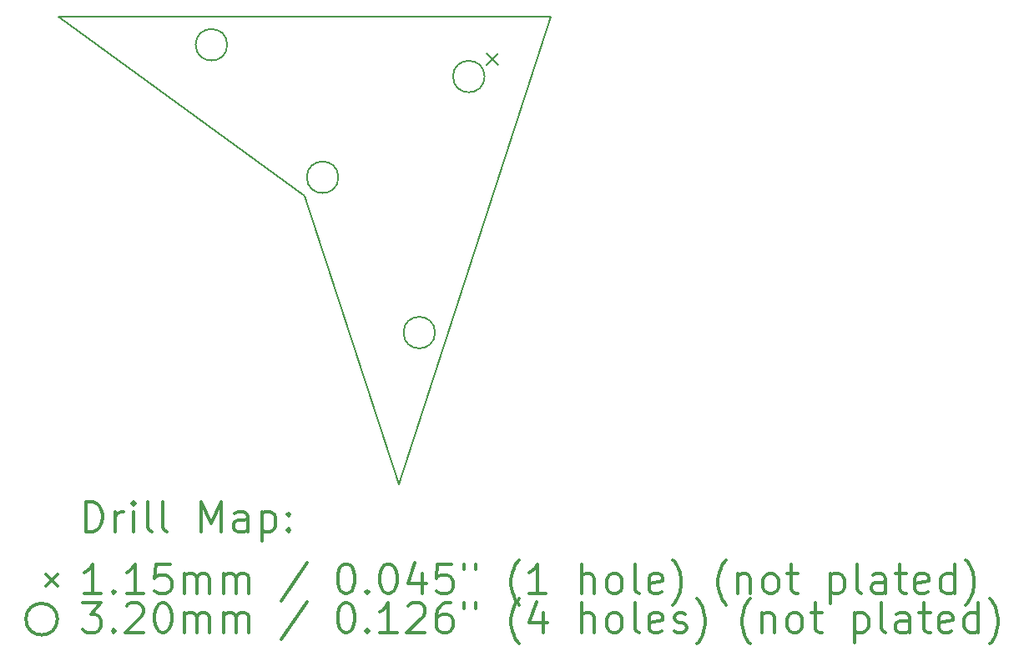
<source format=gbr>
%FSLAX45Y45*%
G04 Gerber Fmt 4.5, Leading zero omitted, Abs format (unit mm)*
G04 Created by KiCad (PCBNEW 5.1.9) date 2021-01-26 18:39:22*
%MOMM*%
%LPD*%
G01*
G04 APERTURE LIST*
%TA.AperFunction,Profile*%
%ADD10C,0.200000*%
%TD*%
%ADD11C,0.200000*%
%ADD12C,0.300000*%
G04 APERTURE END LIST*
D10*
X15993545Y-12169693D02*
X17538700Y-7416800D01*
X15038909Y-9233238D02*
X15993545Y-12169693D01*
X12539317Y-7419404D02*
X15038909Y-9233238D01*
X17538700Y-7416800D02*
X12539317Y-7419404D01*
D11*
X16884300Y-7791100D02*
X16999300Y-7906100D01*
X16999300Y-7791100D02*
X16884300Y-7906100D01*
X14251920Y-7701280D02*
G75*
G03*
X14251920Y-7701280I-160000J0D01*
G01*
X15379680Y-9047480D02*
G75*
G03*
X15379680Y-9047480I-160000J0D01*
G01*
X16360120Y-10624820D02*
G75*
G03*
X16360120Y-10624820I-160000J0D01*
G01*
X16863040Y-8023860D02*
G75*
G03*
X16863040Y-8023860I-160000J0D01*
G01*
D12*
X12815745Y-12645408D02*
X12815745Y-12345408D01*
X12887174Y-12345408D01*
X12930031Y-12359694D01*
X12958602Y-12388265D01*
X12972888Y-12416836D01*
X12987174Y-12473979D01*
X12987174Y-12516836D01*
X12972888Y-12573979D01*
X12958602Y-12602551D01*
X12930031Y-12631122D01*
X12887174Y-12645408D01*
X12815745Y-12645408D01*
X13115745Y-12645408D02*
X13115745Y-12445408D01*
X13115745Y-12502551D02*
X13130031Y-12473979D01*
X13144317Y-12459694D01*
X13172888Y-12445408D01*
X13201460Y-12445408D01*
X13301460Y-12645408D02*
X13301460Y-12445408D01*
X13301460Y-12345408D02*
X13287174Y-12359694D01*
X13301460Y-12373979D01*
X13315745Y-12359694D01*
X13301460Y-12345408D01*
X13301460Y-12373979D01*
X13487174Y-12645408D02*
X13458602Y-12631122D01*
X13444317Y-12602551D01*
X13444317Y-12345408D01*
X13644317Y-12645408D02*
X13615745Y-12631122D01*
X13601460Y-12602551D01*
X13601460Y-12345408D01*
X13987174Y-12645408D02*
X13987174Y-12345408D01*
X14087174Y-12559694D01*
X14187174Y-12345408D01*
X14187174Y-12645408D01*
X14458602Y-12645408D02*
X14458602Y-12488265D01*
X14444317Y-12459694D01*
X14415745Y-12445408D01*
X14358602Y-12445408D01*
X14330031Y-12459694D01*
X14458602Y-12631122D02*
X14430031Y-12645408D01*
X14358602Y-12645408D01*
X14330031Y-12631122D01*
X14315745Y-12602551D01*
X14315745Y-12573979D01*
X14330031Y-12545408D01*
X14358602Y-12531122D01*
X14430031Y-12531122D01*
X14458602Y-12516836D01*
X14601460Y-12445408D02*
X14601460Y-12745408D01*
X14601460Y-12459694D02*
X14630031Y-12445408D01*
X14687174Y-12445408D01*
X14715745Y-12459694D01*
X14730031Y-12473979D01*
X14744317Y-12502551D01*
X14744317Y-12588265D01*
X14730031Y-12616836D01*
X14715745Y-12631122D01*
X14687174Y-12645408D01*
X14630031Y-12645408D01*
X14601460Y-12631122D01*
X14872888Y-12616836D02*
X14887174Y-12631122D01*
X14872888Y-12645408D01*
X14858602Y-12631122D01*
X14872888Y-12616836D01*
X14872888Y-12645408D01*
X14872888Y-12459694D02*
X14887174Y-12473979D01*
X14872888Y-12488265D01*
X14858602Y-12473979D01*
X14872888Y-12459694D01*
X14872888Y-12488265D01*
X12414317Y-13082194D02*
X12529317Y-13197194D01*
X12529317Y-13082194D02*
X12414317Y-13197194D01*
X12972888Y-13275408D02*
X12801460Y-13275408D01*
X12887174Y-13275408D02*
X12887174Y-12975408D01*
X12858602Y-13018265D01*
X12830031Y-13046836D01*
X12801460Y-13061122D01*
X13101460Y-13246836D02*
X13115745Y-13261122D01*
X13101460Y-13275408D01*
X13087174Y-13261122D01*
X13101460Y-13246836D01*
X13101460Y-13275408D01*
X13401460Y-13275408D02*
X13230031Y-13275408D01*
X13315745Y-13275408D02*
X13315745Y-12975408D01*
X13287174Y-13018265D01*
X13258602Y-13046836D01*
X13230031Y-13061122D01*
X13672888Y-12975408D02*
X13530031Y-12975408D01*
X13515745Y-13118265D01*
X13530031Y-13103979D01*
X13558602Y-13089694D01*
X13630031Y-13089694D01*
X13658602Y-13103979D01*
X13672888Y-13118265D01*
X13687174Y-13146836D01*
X13687174Y-13218265D01*
X13672888Y-13246836D01*
X13658602Y-13261122D01*
X13630031Y-13275408D01*
X13558602Y-13275408D01*
X13530031Y-13261122D01*
X13515745Y-13246836D01*
X13815745Y-13275408D02*
X13815745Y-13075408D01*
X13815745Y-13103979D02*
X13830031Y-13089694D01*
X13858602Y-13075408D01*
X13901460Y-13075408D01*
X13930031Y-13089694D01*
X13944317Y-13118265D01*
X13944317Y-13275408D01*
X13944317Y-13118265D02*
X13958602Y-13089694D01*
X13987174Y-13075408D01*
X14030031Y-13075408D01*
X14058602Y-13089694D01*
X14072888Y-13118265D01*
X14072888Y-13275408D01*
X14215745Y-13275408D02*
X14215745Y-13075408D01*
X14215745Y-13103979D02*
X14230031Y-13089694D01*
X14258602Y-13075408D01*
X14301460Y-13075408D01*
X14330031Y-13089694D01*
X14344317Y-13118265D01*
X14344317Y-13275408D01*
X14344317Y-13118265D02*
X14358602Y-13089694D01*
X14387174Y-13075408D01*
X14430031Y-13075408D01*
X14458602Y-13089694D01*
X14472888Y-13118265D01*
X14472888Y-13275408D01*
X15058602Y-12961122D02*
X14801460Y-13346836D01*
X15444317Y-12975408D02*
X15472888Y-12975408D01*
X15501460Y-12989694D01*
X15515745Y-13003979D01*
X15530031Y-13032551D01*
X15544317Y-13089694D01*
X15544317Y-13161122D01*
X15530031Y-13218265D01*
X15515745Y-13246836D01*
X15501460Y-13261122D01*
X15472888Y-13275408D01*
X15444317Y-13275408D01*
X15415745Y-13261122D01*
X15401460Y-13246836D01*
X15387174Y-13218265D01*
X15372888Y-13161122D01*
X15372888Y-13089694D01*
X15387174Y-13032551D01*
X15401460Y-13003979D01*
X15415745Y-12989694D01*
X15444317Y-12975408D01*
X15672888Y-13246836D02*
X15687174Y-13261122D01*
X15672888Y-13275408D01*
X15658602Y-13261122D01*
X15672888Y-13246836D01*
X15672888Y-13275408D01*
X15872888Y-12975408D02*
X15901460Y-12975408D01*
X15930031Y-12989694D01*
X15944317Y-13003979D01*
X15958602Y-13032551D01*
X15972888Y-13089694D01*
X15972888Y-13161122D01*
X15958602Y-13218265D01*
X15944317Y-13246836D01*
X15930031Y-13261122D01*
X15901460Y-13275408D01*
X15872888Y-13275408D01*
X15844317Y-13261122D01*
X15830031Y-13246836D01*
X15815745Y-13218265D01*
X15801460Y-13161122D01*
X15801460Y-13089694D01*
X15815745Y-13032551D01*
X15830031Y-13003979D01*
X15844317Y-12989694D01*
X15872888Y-12975408D01*
X16230031Y-13075408D02*
X16230031Y-13275408D01*
X16158602Y-12961122D02*
X16087174Y-13175408D01*
X16272888Y-13175408D01*
X16530031Y-12975408D02*
X16387174Y-12975408D01*
X16372888Y-13118265D01*
X16387174Y-13103979D01*
X16415745Y-13089694D01*
X16487174Y-13089694D01*
X16515745Y-13103979D01*
X16530031Y-13118265D01*
X16544317Y-13146836D01*
X16544317Y-13218265D01*
X16530031Y-13246836D01*
X16515745Y-13261122D01*
X16487174Y-13275408D01*
X16415745Y-13275408D01*
X16387174Y-13261122D01*
X16372888Y-13246836D01*
X16658602Y-12975408D02*
X16658602Y-13032551D01*
X16772888Y-12975408D02*
X16772888Y-13032551D01*
X17215745Y-13389694D02*
X17201460Y-13375408D01*
X17172888Y-13332551D01*
X17158603Y-13303979D01*
X17144317Y-13261122D01*
X17130031Y-13189694D01*
X17130031Y-13132551D01*
X17144317Y-13061122D01*
X17158603Y-13018265D01*
X17172888Y-12989694D01*
X17201460Y-12946836D01*
X17215745Y-12932551D01*
X17487174Y-13275408D02*
X17315745Y-13275408D01*
X17401460Y-13275408D02*
X17401460Y-12975408D01*
X17372888Y-13018265D01*
X17344317Y-13046836D01*
X17315745Y-13061122D01*
X17844317Y-13275408D02*
X17844317Y-12975408D01*
X17972888Y-13275408D02*
X17972888Y-13118265D01*
X17958603Y-13089694D01*
X17930031Y-13075408D01*
X17887174Y-13075408D01*
X17858603Y-13089694D01*
X17844317Y-13103979D01*
X18158603Y-13275408D02*
X18130031Y-13261122D01*
X18115745Y-13246836D01*
X18101460Y-13218265D01*
X18101460Y-13132551D01*
X18115745Y-13103979D01*
X18130031Y-13089694D01*
X18158603Y-13075408D01*
X18201460Y-13075408D01*
X18230031Y-13089694D01*
X18244317Y-13103979D01*
X18258603Y-13132551D01*
X18258603Y-13218265D01*
X18244317Y-13246836D01*
X18230031Y-13261122D01*
X18201460Y-13275408D01*
X18158603Y-13275408D01*
X18430031Y-13275408D02*
X18401460Y-13261122D01*
X18387174Y-13232551D01*
X18387174Y-12975408D01*
X18658603Y-13261122D02*
X18630031Y-13275408D01*
X18572888Y-13275408D01*
X18544317Y-13261122D01*
X18530031Y-13232551D01*
X18530031Y-13118265D01*
X18544317Y-13089694D01*
X18572888Y-13075408D01*
X18630031Y-13075408D01*
X18658603Y-13089694D01*
X18672888Y-13118265D01*
X18672888Y-13146836D01*
X18530031Y-13175408D01*
X18772888Y-13389694D02*
X18787174Y-13375408D01*
X18815745Y-13332551D01*
X18830031Y-13303979D01*
X18844317Y-13261122D01*
X18858603Y-13189694D01*
X18858603Y-13132551D01*
X18844317Y-13061122D01*
X18830031Y-13018265D01*
X18815745Y-12989694D01*
X18787174Y-12946836D01*
X18772888Y-12932551D01*
X19315745Y-13389694D02*
X19301460Y-13375408D01*
X19272888Y-13332551D01*
X19258603Y-13303979D01*
X19244317Y-13261122D01*
X19230031Y-13189694D01*
X19230031Y-13132551D01*
X19244317Y-13061122D01*
X19258603Y-13018265D01*
X19272888Y-12989694D01*
X19301460Y-12946836D01*
X19315745Y-12932551D01*
X19430031Y-13075408D02*
X19430031Y-13275408D01*
X19430031Y-13103979D02*
X19444317Y-13089694D01*
X19472888Y-13075408D01*
X19515745Y-13075408D01*
X19544317Y-13089694D01*
X19558603Y-13118265D01*
X19558603Y-13275408D01*
X19744317Y-13275408D02*
X19715745Y-13261122D01*
X19701460Y-13246836D01*
X19687174Y-13218265D01*
X19687174Y-13132551D01*
X19701460Y-13103979D01*
X19715745Y-13089694D01*
X19744317Y-13075408D01*
X19787174Y-13075408D01*
X19815745Y-13089694D01*
X19830031Y-13103979D01*
X19844317Y-13132551D01*
X19844317Y-13218265D01*
X19830031Y-13246836D01*
X19815745Y-13261122D01*
X19787174Y-13275408D01*
X19744317Y-13275408D01*
X19930031Y-13075408D02*
X20044317Y-13075408D01*
X19972888Y-12975408D02*
X19972888Y-13232551D01*
X19987174Y-13261122D01*
X20015745Y-13275408D01*
X20044317Y-13275408D01*
X20372888Y-13075408D02*
X20372888Y-13375408D01*
X20372888Y-13089694D02*
X20401460Y-13075408D01*
X20458603Y-13075408D01*
X20487174Y-13089694D01*
X20501460Y-13103979D01*
X20515745Y-13132551D01*
X20515745Y-13218265D01*
X20501460Y-13246836D01*
X20487174Y-13261122D01*
X20458603Y-13275408D01*
X20401460Y-13275408D01*
X20372888Y-13261122D01*
X20687174Y-13275408D02*
X20658603Y-13261122D01*
X20644317Y-13232551D01*
X20644317Y-12975408D01*
X20930031Y-13275408D02*
X20930031Y-13118265D01*
X20915745Y-13089694D01*
X20887174Y-13075408D01*
X20830031Y-13075408D01*
X20801460Y-13089694D01*
X20930031Y-13261122D02*
X20901460Y-13275408D01*
X20830031Y-13275408D01*
X20801460Y-13261122D01*
X20787174Y-13232551D01*
X20787174Y-13203979D01*
X20801460Y-13175408D01*
X20830031Y-13161122D01*
X20901460Y-13161122D01*
X20930031Y-13146836D01*
X21030031Y-13075408D02*
X21144317Y-13075408D01*
X21072888Y-12975408D02*
X21072888Y-13232551D01*
X21087174Y-13261122D01*
X21115745Y-13275408D01*
X21144317Y-13275408D01*
X21358603Y-13261122D02*
X21330031Y-13275408D01*
X21272888Y-13275408D01*
X21244317Y-13261122D01*
X21230031Y-13232551D01*
X21230031Y-13118265D01*
X21244317Y-13089694D01*
X21272888Y-13075408D01*
X21330031Y-13075408D01*
X21358603Y-13089694D01*
X21372888Y-13118265D01*
X21372888Y-13146836D01*
X21230031Y-13175408D01*
X21630031Y-13275408D02*
X21630031Y-12975408D01*
X21630031Y-13261122D02*
X21601460Y-13275408D01*
X21544317Y-13275408D01*
X21515745Y-13261122D01*
X21501460Y-13246836D01*
X21487174Y-13218265D01*
X21487174Y-13132551D01*
X21501460Y-13103979D01*
X21515745Y-13089694D01*
X21544317Y-13075408D01*
X21601460Y-13075408D01*
X21630031Y-13089694D01*
X21744317Y-13389694D02*
X21758603Y-13375408D01*
X21787174Y-13332551D01*
X21801460Y-13303979D01*
X21815745Y-13261122D01*
X21830031Y-13189694D01*
X21830031Y-13132551D01*
X21815745Y-13061122D01*
X21801460Y-13018265D01*
X21787174Y-12989694D01*
X21758603Y-12946836D01*
X21744317Y-12932551D01*
X12529317Y-13535694D02*
G75*
G03*
X12529317Y-13535694I-160000J0D01*
G01*
X12787174Y-13371408D02*
X12972888Y-13371408D01*
X12872888Y-13485694D01*
X12915745Y-13485694D01*
X12944317Y-13499979D01*
X12958602Y-13514265D01*
X12972888Y-13542836D01*
X12972888Y-13614265D01*
X12958602Y-13642836D01*
X12944317Y-13657122D01*
X12915745Y-13671408D01*
X12830031Y-13671408D01*
X12801460Y-13657122D01*
X12787174Y-13642836D01*
X13101460Y-13642836D02*
X13115745Y-13657122D01*
X13101460Y-13671408D01*
X13087174Y-13657122D01*
X13101460Y-13642836D01*
X13101460Y-13671408D01*
X13230031Y-13399979D02*
X13244317Y-13385694D01*
X13272888Y-13371408D01*
X13344317Y-13371408D01*
X13372888Y-13385694D01*
X13387174Y-13399979D01*
X13401460Y-13428551D01*
X13401460Y-13457122D01*
X13387174Y-13499979D01*
X13215745Y-13671408D01*
X13401460Y-13671408D01*
X13587174Y-13371408D02*
X13615745Y-13371408D01*
X13644317Y-13385694D01*
X13658602Y-13399979D01*
X13672888Y-13428551D01*
X13687174Y-13485694D01*
X13687174Y-13557122D01*
X13672888Y-13614265D01*
X13658602Y-13642836D01*
X13644317Y-13657122D01*
X13615745Y-13671408D01*
X13587174Y-13671408D01*
X13558602Y-13657122D01*
X13544317Y-13642836D01*
X13530031Y-13614265D01*
X13515745Y-13557122D01*
X13515745Y-13485694D01*
X13530031Y-13428551D01*
X13544317Y-13399979D01*
X13558602Y-13385694D01*
X13587174Y-13371408D01*
X13815745Y-13671408D02*
X13815745Y-13471408D01*
X13815745Y-13499979D02*
X13830031Y-13485694D01*
X13858602Y-13471408D01*
X13901460Y-13471408D01*
X13930031Y-13485694D01*
X13944317Y-13514265D01*
X13944317Y-13671408D01*
X13944317Y-13514265D02*
X13958602Y-13485694D01*
X13987174Y-13471408D01*
X14030031Y-13471408D01*
X14058602Y-13485694D01*
X14072888Y-13514265D01*
X14072888Y-13671408D01*
X14215745Y-13671408D02*
X14215745Y-13471408D01*
X14215745Y-13499979D02*
X14230031Y-13485694D01*
X14258602Y-13471408D01*
X14301460Y-13471408D01*
X14330031Y-13485694D01*
X14344317Y-13514265D01*
X14344317Y-13671408D01*
X14344317Y-13514265D02*
X14358602Y-13485694D01*
X14387174Y-13471408D01*
X14430031Y-13471408D01*
X14458602Y-13485694D01*
X14472888Y-13514265D01*
X14472888Y-13671408D01*
X15058602Y-13357122D02*
X14801460Y-13742836D01*
X15444317Y-13371408D02*
X15472888Y-13371408D01*
X15501460Y-13385694D01*
X15515745Y-13399979D01*
X15530031Y-13428551D01*
X15544317Y-13485694D01*
X15544317Y-13557122D01*
X15530031Y-13614265D01*
X15515745Y-13642836D01*
X15501460Y-13657122D01*
X15472888Y-13671408D01*
X15444317Y-13671408D01*
X15415745Y-13657122D01*
X15401460Y-13642836D01*
X15387174Y-13614265D01*
X15372888Y-13557122D01*
X15372888Y-13485694D01*
X15387174Y-13428551D01*
X15401460Y-13399979D01*
X15415745Y-13385694D01*
X15444317Y-13371408D01*
X15672888Y-13642836D02*
X15687174Y-13657122D01*
X15672888Y-13671408D01*
X15658602Y-13657122D01*
X15672888Y-13642836D01*
X15672888Y-13671408D01*
X15972888Y-13671408D02*
X15801460Y-13671408D01*
X15887174Y-13671408D02*
X15887174Y-13371408D01*
X15858602Y-13414265D01*
X15830031Y-13442836D01*
X15801460Y-13457122D01*
X16087174Y-13399979D02*
X16101460Y-13385694D01*
X16130031Y-13371408D01*
X16201460Y-13371408D01*
X16230031Y-13385694D01*
X16244317Y-13399979D01*
X16258602Y-13428551D01*
X16258602Y-13457122D01*
X16244317Y-13499979D01*
X16072888Y-13671408D01*
X16258602Y-13671408D01*
X16515745Y-13371408D02*
X16458602Y-13371408D01*
X16430031Y-13385694D01*
X16415745Y-13399979D01*
X16387174Y-13442836D01*
X16372888Y-13499979D01*
X16372888Y-13614265D01*
X16387174Y-13642836D01*
X16401460Y-13657122D01*
X16430031Y-13671408D01*
X16487174Y-13671408D01*
X16515745Y-13657122D01*
X16530031Y-13642836D01*
X16544317Y-13614265D01*
X16544317Y-13542836D01*
X16530031Y-13514265D01*
X16515745Y-13499979D01*
X16487174Y-13485694D01*
X16430031Y-13485694D01*
X16401460Y-13499979D01*
X16387174Y-13514265D01*
X16372888Y-13542836D01*
X16658602Y-13371408D02*
X16658602Y-13428551D01*
X16772888Y-13371408D02*
X16772888Y-13428551D01*
X17215745Y-13785694D02*
X17201460Y-13771408D01*
X17172888Y-13728551D01*
X17158603Y-13699979D01*
X17144317Y-13657122D01*
X17130031Y-13585694D01*
X17130031Y-13528551D01*
X17144317Y-13457122D01*
X17158603Y-13414265D01*
X17172888Y-13385694D01*
X17201460Y-13342836D01*
X17215745Y-13328551D01*
X17458603Y-13471408D02*
X17458603Y-13671408D01*
X17387174Y-13357122D02*
X17315745Y-13571408D01*
X17501460Y-13571408D01*
X17844317Y-13671408D02*
X17844317Y-13371408D01*
X17972888Y-13671408D02*
X17972888Y-13514265D01*
X17958603Y-13485694D01*
X17930031Y-13471408D01*
X17887174Y-13471408D01*
X17858603Y-13485694D01*
X17844317Y-13499979D01*
X18158603Y-13671408D02*
X18130031Y-13657122D01*
X18115745Y-13642836D01*
X18101460Y-13614265D01*
X18101460Y-13528551D01*
X18115745Y-13499979D01*
X18130031Y-13485694D01*
X18158603Y-13471408D01*
X18201460Y-13471408D01*
X18230031Y-13485694D01*
X18244317Y-13499979D01*
X18258603Y-13528551D01*
X18258603Y-13614265D01*
X18244317Y-13642836D01*
X18230031Y-13657122D01*
X18201460Y-13671408D01*
X18158603Y-13671408D01*
X18430031Y-13671408D02*
X18401460Y-13657122D01*
X18387174Y-13628551D01*
X18387174Y-13371408D01*
X18658603Y-13657122D02*
X18630031Y-13671408D01*
X18572888Y-13671408D01*
X18544317Y-13657122D01*
X18530031Y-13628551D01*
X18530031Y-13514265D01*
X18544317Y-13485694D01*
X18572888Y-13471408D01*
X18630031Y-13471408D01*
X18658603Y-13485694D01*
X18672888Y-13514265D01*
X18672888Y-13542836D01*
X18530031Y-13571408D01*
X18787174Y-13657122D02*
X18815745Y-13671408D01*
X18872888Y-13671408D01*
X18901460Y-13657122D01*
X18915745Y-13628551D01*
X18915745Y-13614265D01*
X18901460Y-13585694D01*
X18872888Y-13571408D01*
X18830031Y-13571408D01*
X18801460Y-13557122D01*
X18787174Y-13528551D01*
X18787174Y-13514265D01*
X18801460Y-13485694D01*
X18830031Y-13471408D01*
X18872888Y-13471408D01*
X18901460Y-13485694D01*
X19015745Y-13785694D02*
X19030031Y-13771408D01*
X19058603Y-13728551D01*
X19072888Y-13699979D01*
X19087174Y-13657122D01*
X19101460Y-13585694D01*
X19101460Y-13528551D01*
X19087174Y-13457122D01*
X19072888Y-13414265D01*
X19058603Y-13385694D01*
X19030031Y-13342836D01*
X19015745Y-13328551D01*
X19558603Y-13785694D02*
X19544317Y-13771408D01*
X19515745Y-13728551D01*
X19501460Y-13699979D01*
X19487174Y-13657122D01*
X19472888Y-13585694D01*
X19472888Y-13528551D01*
X19487174Y-13457122D01*
X19501460Y-13414265D01*
X19515745Y-13385694D01*
X19544317Y-13342836D01*
X19558603Y-13328551D01*
X19672888Y-13471408D02*
X19672888Y-13671408D01*
X19672888Y-13499979D02*
X19687174Y-13485694D01*
X19715745Y-13471408D01*
X19758603Y-13471408D01*
X19787174Y-13485694D01*
X19801460Y-13514265D01*
X19801460Y-13671408D01*
X19987174Y-13671408D02*
X19958603Y-13657122D01*
X19944317Y-13642836D01*
X19930031Y-13614265D01*
X19930031Y-13528551D01*
X19944317Y-13499979D01*
X19958603Y-13485694D01*
X19987174Y-13471408D01*
X20030031Y-13471408D01*
X20058603Y-13485694D01*
X20072888Y-13499979D01*
X20087174Y-13528551D01*
X20087174Y-13614265D01*
X20072888Y-13642836D01*
X20058603Y-13657122D01*
X20030031Y-13671408D01*
X19987174Y-13671408D01*
X20172888Y-13471408D02*
X20287174Y-13471408D01*
X20215745Y-13371408D02*
X20215745Y-13628551D01*
X20230031Y-13657122D01*
X20258603Y-13671408D01*
X20287174Y-13671408D01*
X20615745Y-13471408D02*
X20615745Y-13771408D01*
X20615745Y-13485694D02*
X20644317Y-13471408D01*
X20701460Y-13471408D01*
X20730031Y-13485694D01*
X20744317Y-13499979D01*
X20758603Y-13528551D01*
X20758603Y-13614265D01*
X20744317Y-13642836D01*
X20730031Y-13657122D01*
X20701460Y-13671408D01*
X20644317Y-13671408D01*
X20615745Y-13657122D01*
X20930031Y-13671408D02*
X20901460Y-13657122D01*
X20887174Y-13628551D01*
X20887174Y-13371408D01*
X21172888Y-13671408D02*
X21172888Y-13514265D01*
X21158603Y-13485694D01*
X21130031Y-13471408D01*
X21072888Y-13471408D01*
X21044317Y-13485694D01*
X21172888Y-13657122D02*
X21144317Y-13671408D01*
X21072888Y-13671408D01*
X21044317Y-13657122D01*
X21030031Y-13628551D01*
X21030031Y-13599979D01*
X21044317Y-13571408D01*
X21072888Y-13557122D01*
X21144317Y-13557122D01*
X21172888Y-13542836D01*
X21272888Y-13471408D02*
X21387174Y-13471408D01*
X21315745Y-13371408D02*
X21315745Y-13628551D01*
X21330031Y-13657122D01*
X21358603Y-13671408D01*
X21387174Y-13671408D01*
X21601460Y-13657122D02*
X21572888Y-13671408D01*
X21515745Y-13671408D01*
X21487174Y-13657122D01*
X21472888Y-13628551D01*
X21472888Y-13514265D01*
X21487174Y-13485694D01*
X21515745Y-13471408D01*
X21572888Y-13471408D01*
X21601460Y-13485694D01*
X21615745Y-13514265D01*
X21615745Y-13542836D01*
X21472888Y-13571408D01*
X21872888Y-13671408D02*
X21872888Y-13371408D01*
X21872888Y-13657122D02*
X21844317Y-13671408D01*
X21787174Y-13671408D01*
X21758603Y-13657122D01*
X21744317Y-13642836D01*
X21730031Y-13614265D01*
X21730031Y-13528551D01*
X21744317Y-13499979D01*
X21758603Y-13485694D01*
X21787174Y-13471408D01*
X21844317Y-13471408D01*
X21872888Y-13485694D01*
X21987174Y-13785694D02*
X22001460Y-13771408D01*
X22030031Y-13728551D01*
X22044317Y-13699979D01*
X22058603Y-13657122D01*
X22072888Y-13585694D01*
X22072888Y-13528551D01*
X22058603Y-13457122D01*
X22044317Y-13414265D01*
X22030031Y-13385694D01*
X22001460Y-13342836D01*
X21987174Y-13328551D01*
M02*

</source>
